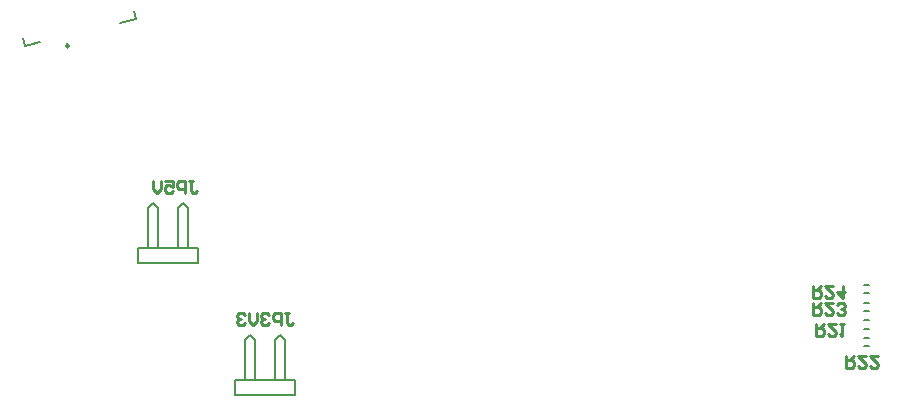
<source format=gbo>
%FSLAX44Y44*%
%MOMM*%
G71*
G01*
G75*
G04 Layer_Color=32896*
%ADD10C,0.7620*%
G04:AMPARAMS|DCode=11|XSize=2mm|YSize=1.75mm|CornerRadius=0mm|HoleSize=0mm|Usage=FLASHONLY|Rotation=279.640|XOffset=0mm|YOffset=0mm|HoleType=Round|Shape=Rectangle|*
%AMROTATEDRECTD11*
4,1,4,-1.0301,0.8394,0.6952,1.1324,1.0301,-0.8394,-0.6952,-1.1324,-1.0301,0.8394,0.0*
%
%ADD11ROTATEDRECTD11*%

%ADD12R,2.3000X2.3000*%
%ADD13R,0.8000X0.9000*%
%ADD14O,1.7500X0.3000*%
%ADD15R,0.7000X0.9000*%
%ADD16R,0.9000X0.7000*%
%ADD17R,0.9000X0.8000*%
%ADD18R,0.4900X0.3000*%
%ADD19R,0.5200X0.3000*%
%ADD20R,1.7000X1.1000*%
%ADD21C,0.4000*%
%ADD22R,1.0000X1.0000*%
%ADD23R,0.7000X1.4000*%
%ADD24R,0.5500X0.9500*%
%ADD25O,0.2800X0.8500*%
%ADD26R,2.4000X1.6500*%
%ADD27R,0.7000X0.3000*%
%ADD28R,1.0000X1.6000*%
%ADD29R,0.4500X0.8500*%
%ADD30R,2.4000X1.5000*%
%ADD31R,0.8500X0.7000*%
%ADD32O,0.7000X2.0000*%
%ADD33O,1.3500X0.4500*%
%ADD34R,2.0000X0.4000*%
G04:AMPARAMS|DCode=35|XSize=1.524mm|YSize=2.8448mm|CornerRadius=0mm|HoleSize=0mm|Usage=FLASHONLY|Rotation=82.000|XOffset=0mm|YOffset=0mm|HoleType=Round|Shape=Rectangle|*
%AMROTATEDRECTD35*
4,1,4,1.3025,-0.9525,-1.5146,-0.5566,-1.3025,0.9525,1.5146,0.5566,1.3025,-0.9525,0.0*
%
%ADD35ROTATEDRECTD35*%

G04:AMPARAMS|DCode=36|XSize=1.524mm|YSize=2.8448mm|CornerRadius=0mm|HoleSize=0mm|Usage=FLASHONLY|Rotation=352.000|XOffset=0mm|YOffset=0mm|HoleType=Round|Shape=Rectangle|*
%AMROTATEDRECTD36*
4,1,4,-0.9525,-1.3025,-0.5566,1.5146,0.9525,1.3025,0.5566,-1.5146,-0.9525,-1.3025,0.0*
%
%ADD36ROTATEDRECTD36*%

%ADD37O,0.3000X1.7500*%
%ADD38R,0.2500X0.7000*%
%ADD39R,2.3800X1.6500*%
%ADD40R,0.3000X0.4900*%
%ADD41R,0.3000X0.5200*%
%ADD42C,0.1905*%
%ADD43C,0.4064*%
%ADD44C,0.5080*%
%ADD45C,0.2540*%
%ADD46C,0.3048*%
%ADD47C,0.2032*%
%ADD48C,0.6096*%
%ADD49C,1.0160*%
%ADD50C,0.3556*%
%ADD51C,1.2700*%
%ADD52R,0.7000X0.2800*%
%ADD53R,1.5000X1.5000*%
%ADD54C,1.5000*%
%ADD55C,1.8500*%
%ADD56R,1.8500X1.8500*%
%ADD57R,1.5000X1.5000*%
%ADD58C,1.2700*%
%ADD59R,1.2700X1.2700*%
%ADD60C,1.5240*%
%ADD61C,2.9000*%
%ADD62C,0.6350*%
%ADD63C,0.9000*%
%ADD64C,0.7000*%
%ADD65C,0.5000*%
%ADD66C,0.6350*%
G04:AMPARAMS|DCode=67|XSize=0.65mm|YSize=1.35mm|CornerRadius=0mm|HoleSize=0mm|Usage=FLASHONLY|Rotation=13.600|XOffset=0mm|YOffset=0mm|HoleType=Round|Shape=Rectangle|*
%AMROTATEDRECTD67*
4,1,4,-0.1572,-0.7325,-0.4746,0.5797,0.1572,0.7325,0.4746,-0.5797,-0.1572,-0.7325,0.0*
%
%ADD67ROTATEDRECTD67*%

G04:AMPARAMS|DCode=68|XSize=0.4mm|YSize=1.35mm|CornerRadius=0mm|HoleSize=0mm|Usage=FLASHONLY|Rotation=13.600|XOffset=0mm|YOffset=0mm|HoleType=Round|Shape=Rectangle|*
%AMROTATEDRECTD68*
4,1,4,-0.0357,-0.7031,-0.3531,0.6090,0.0357,0.7031,0.3531,-0.6090,-0.0357,-0.7031,0.0*
%
%ADD68ROTATEDRECTD68*%

G04:AMPARAMS|DCode=69|XSize=0.825mm|YSize=1.15mm|CornerRadius=0mm|HoleSize=0mm|Usage=FLASHONLY|Rotation=13.600|XOffset=0mm|YOffset=0mm|HoleType=Round|Shape=Rectangle|*
%AMROTATEDRECTD69*
4,1,4,-0.2657,-0.6559,-0.5361,0.4619,0.2657,0.6559,0.5361,-0.4619,-0.2657,-0.6559,0.0*
%
%ADD69ROTATEDRECTD69*%

G04:AMPARAMS|DCode=70|XSize=0.775mm|YSize=1.15mm|CornerRadius=0mm|HoleSize=0mm|Usage=FLASHONLY|Rotation=13.600|XOffset=0mm|YOffset=0mm|HoleType=Round|Shape=Rectangle|*
%AMROTATEDRECTD70*
4,1,4,-0.2414,-0.6500,-0.5118,0.4678,0.2414,0.6500,0.5118,-0.4678,-0.2414,-0.6500,0.0*
%
%ADD70ROTATEDRECTD70*%

G04:AMPARAMS|DCode=71|XSize=1.2mm|YSize=1.55mm|CornerRadius=0mm|HoleSize=0mm|Usage=FLASHONLY|Rotation=13.600|XOffset=0mm|YOffset=0mm|HoleType=Round|Shape=Rectangle|*
%AMROTATEDRECTD71*
4,1,4,-0.4009,-0.8943,-0.7654,0.6122,0.4009,0.8943,0.7654,-0.6122,-0.4009,-0.8943,0.0*
%
%ADD71ROTATEDRECTD71*%

G04:AMPARAMS|DCode=72|XSize=2.51mm|YSize=1mm|CornerRadius=0mm|HoleSize=0mm|Usage=FLASHONLY|Rotation=13.600|XOffset=0mm|YOffset=0mm|HoleType=Round|Shape=Rectangle|*
%AMROTATEDRECTD72*
4,1,4,-1.1022,-0.7811,-1.3374,0.1909,1.1022,0.7811,1.3374,-0.1909,-1.1022,-0.7811,0.0*
%
%ADD72ROTATEDRECTD72*%

G04:AMPARAMS|DCode=73|XSize=1.2mm|YSize=2.1mm|CornerRadius=0mm|HoleSize=0mm|Usage=FLASHONLY|Rotation=13.600|XOffset=0mm|YOffset=0mm|HoleType=Round|Shape=Rectangle|*
%AMROTATEDRECTD73*
4,1,4,-0.3363,-1.1617,-0.8301,0.8795,0.3363,1.1617,0.8301,-0.8795,-0.3363,-1.1617,0.0*
%
%ADD73ROTATEDRECTD73*%

%ADD74C,0.0000*%
%ADD75C,0.1000*%
%ADD76C,0.2500*%
%ADD77C,0.6000*%
%ADD78C,0.2000*%
%ADD79C,0.1500*%
%ADD80R,0.4572X1.7018*%
%ADD81R,0.5842X0.1651*%
%ADD82R,0.6502X0.1854*%
%ADD83R,1.0500X0.6800*%
%ADD84R,0.5000X0.2600*%
%ADD85R,0.8000X1.4000*%
%ADD86O,0.2300X0.8000*%
%ADD87R,0.6500X0.2500*%
%ADD88R,0.0000X0.6000*%
G04:AMPARAMS|DCode=89|XSize=2.2032mm|YSize=1.9532mm|CornerRadius=0mm|HoleSize=0mm|Usage=FLASHONLY|Rotation=279.640|XOffset=0mm|YOffset=0mm|HoleType=Round|Shape=Rectangle|*
%AMROTATEDRECTD89*
4,1,4,-1.1473,0.9225,0.7783,1.2496,1.1473,-0.9225,-0.7783,-1.2496,-1.1473,0.9225,0.0*
%
%ADD89ROTATEDRECTD89*%

%ADD90R,2.5032X2.5032*%
%ADD91R,1.0032X1.1032*%
%ADD92O,1.9532X0.5032*%
%ADD93R,0.9032X1.1032*%
%ADD94R,1.1032X0.9032*%
%ADD95R,1.1032X1.0032*%
%ADD96R,0.5900X0.4000*%
%ADD97R,0.6200X0.4000*%
%ADD98R,1.9032X1.3032*%
%ADD99C,0.6032*%
%ADD100R,0.9032X1.6032*%
%ADD101R,0.7532X1.1532*%
%ADD102O,0.4200X0.9900*%
%ADD103R,2.5400X1.7900*%
%ADD104R,0.8400X0.4400*%
%ADD105R,1.1400X1.7400*%
%ADD106R,0.6532X1.0532*%
%ADD107R,2.6032X1.7032*%
%ADD108R,1.0532X0.9032*%
%ADD109O,0.9032X2.2032*%
%ADD110O,1.5532X0.6532*%
%ADD111R,2.2032X0.6032*%
G04:AMPARAMS|DCode=112|XSize=1.7272mm|YSize=3.048mm|CornerRadius=0mm|HoleSize=0mm|Usage=FLASHONLY|Rotation=82.000|XOffset=0mm|YOffset=0mm|HoleType=Round|Shape=Rectangle|*
%AMROTATEDRECTD112*
4,1,4,1.3890,-1.0673,-1.6294,-0.6431,-1.3890,1.0673,1.6294,0.6431,1.3890,-1.0673,0.0*
%
%ADD112ROTATEDRECTD112*%

G04:AMPARAMS|DCode=113|XSize=1.7272mm|YSize=3.048mm|CornerRadius=0mm|HoleSize=0mm|Usage=FLASHONLY|Rotation=352.000|XOffset=0mm|YOffset=0mm|HoleType=Round|Shape=Rectangle|*
%AMROTATEDRECTD113*
4,1,4,-1.0673,-1.3890,-0.6431,1.6294,1.0673,1.3890,0.6431,-1.6294,-1.0673,-1.3890,0.0*
%
%ADD113ROTATEDRECTD113*%

%ADD114O,0.5032X1.9532*%
%ADD115R,0.4532X0.9032*%
%ADD116R,2.5832X1.8532*%
%ADD117R,0.4000X0.5900*%
%ADD118R,0.4000X0.6200*%
%ADD119R,0.9032X0.4832*%
%ADD120R,1.7032X1.7032*%
%ADD121C,1.7032*%
%ADD122C,2.0532*%
%ADD123R,2.0532X2.0532*%
%ADD124R,1.7032X1.7032*%
%ADD125C,1.4732*%
%ADD126R,1.4732X1.4732*%
%ADD127C,1.7272*%
%ADD128C,3.1032*%
%ADD129C,0.8382*%
%ADD130C,1.1032*%
%ADD131C,0.9032*%
%ADD132C,0.7032*%
G04:AMPARAMS|DCode=133|XSize=0.8532mm|YSize=1.5532mm|CornerRadius=0mm|HoleSize=0mm|Usage=FLASHONLY|Rotation=13.600|XOffset=0mm|YOffset=0mm|HoleType=Round|Shape=Rectangle|*
%AMROTATEDRECTD133*
4,1,4,-0.2320,-0.8551,-0.5972,0.6545,0.2320,0.8551,0.5972,-0.6545,-0.2320,-0.8551,0.0*
%
%ADD133ROTATEDRECTD133*%

G04:AMPARAMS|DCode=134|XSize=0.6032mm|YSize=1.5532mm|CornerRadius=0mm|HoleSize=0mm|Usage=FLASHONLY|Rotation=13.600|XOffset=0mm|YOffset=0mm|HoleType=Round|Shape=Rectangle|*
%AMROTATEDRECTD134*
4,1,4,-0.1105,-0.8257,-0.4758,0.6839,0.1105,0.8257,0.4758,-0.6839,-0.1105,-0.8257,0.0*
%
%ADD134ROTATEDRECTD134*%

G04:AMPARAMS|DCode=135|XSize=1.0282mm|YSize=1.3532mm|CornerRadius=0mm|HoleSize=0mm|Usage=FLASHONLY|Rotation=13.600|XOffset=0mm|YOffset=0mm|HoleType=Round|Shape=Rectangle|*
%AMROTATEDRECTD135*
4,1,4,-0.3406,-0.7785,-0.6588,0.5367,0.3406,0.7785,0.6588,-0.5367,-0.3406,-0.7785,0.0*
%
%ADD135ROTATEDRECTD135*%

G04:AMPARAMS|DCode=136|XSize=0.9782mm|YSize=1.3532mm|CornerRadius=0mm|HoleSize=0mm|Usage=FLASHONLY|Rotation=13.600|XOffset=0mm|YOffset=0mm|HoleType=Round|Shape=Rectangle|*
%AMROTATEDRECTD136*
4,1,4,-0.3163,-0.7726,-0.6345,0.5426,0.3163,0.7726,0.6345,-0.5426,-0.3163,-0.7726,0.0*
%
%ADD136ROTATEDRECTD136*%

G04:AMPARAMS|DCode=137|XSize=1.4032mm|YSize=1.7532mm|CornerRadius=0mm|HoleSize=0mm|Usage=FLASHONLY|Rotation=13.600|XOffset=0mm|YOffset=0mm|HoleType=Round|Shape=Rectangle|*
%AMROTATEDRECTD137*
4,1,4,-0.4758,-1.0170,-0.8881,0.6870,0.4758,1.0170,0.8881,-0.6870,-0.4758,-1.0170,0.0*
%
%ADD137ROTATEDRECTD137*%

G04:AMPARAMS|DCode=138|XSize=2.7132mm|YSize=1.2032mm|CornerRadius=0mm|HoleSize=0mm|Usage=FLASHONLY|Rotation=13.600|XOffset=0mm|YOffset=0mm|HoleType=Round|Shape=Rectangle|*
%AMROTATEDRECTD138*
4,1,4,-1.1771,-0.9037,-1.4600,0.2657,1.1771,0.9037,1.4600,-0.2657,-1.1771,-0.9037,0.0*
%
%ADD138ROTATEDRECTD138*%

G04:AMPARAMS|DCode=139|XSize=1.4032mm|YSize=2.3032mm|CornerRadius=0mm|HoleSize=0mm|Usage=FLASHONLY|Rotation=13.600|XOffset=0mm|YOffset=0mm|HoleType=Round|Shape=Rectangle|*
%AMROTATEDRECTD139*
4,1,4,-0.4111,-1.2843,-0.9527,0.9543,0.4111,1.2843,0.9527,-0.9543,-0.4111,-1.2843,0.0*
%
%ADD139ROTATEDRECTD139*%

D45*
X-341357Y169001D02*
X-337972D01*
X-339664D01*
Y160537D01*
X-337972Y158844D01*
X-336279D01*
X-334586Y160537D01*
X-344743Y158844D02*
Y169001D01*
X-349821D01*
X-351514Y167308D01*
Y163923D01*
X-349821Y162230D01*
X-344743D01*
X-361671Y169001D02*
X-354900D01*
Y163923D01*
X-358285Y165615D01*
X-359978D01*
X-361671Y163923D01*
Y160537D01*
X-359978Y158844D01*
X-356592D01*
X-354900Y160537D01*
X-365056Y169001D02*
Y162230D01*
X-368442Y158844D01*
X-371827Y162230D01*
Y169001D01*
X-259823Y56733D02*
X-256438D01*
X-258130D01*
Y48269D01*
X-256438Y46576D01*
X-254745D01*
X-253052Y48269D01*
X-263209Y46576D02*
Y56733D01*
X-268287D01*
X-269980Y55040D01*
Y51655D01*
X-268287Y49962D01*
X-263209D01*
X-273366Y55040D02*
X-275058Y56733D01*
X-278444D01*
X-280137Y55040D01*
Y53347D01*
X-278444Y51655D01*
X-276751D01*
X-278444D01*
X-280137Y49962D01*
Y48269D01*
X-278444Y46576D01*
X-275058D01*
X-273366Y48269D01*
X-283522Y56733D02*
Y49962D01*
X-286908Y46576D01*
X-290293Y49962D01*
Y56733D01*
X-293679Y55040D02*
X-295372Y56733D01*
X-298757D01*
X-300450Y55040D01*
Y53347D01*
X-298757Y51655D01*
X-297065D01*
X-298757D01*
X-300450Y49962D01*
Y48269D01*
X-298757Y46576D01*
X-295372D01*
X-293679Y48269D01*
X187500Y80000D02*
Y69843D01*
X192578D01*
X194271Y71536D01*
Y74922D01*
X192578Y76614D01*
X187500D01*
X190886D02*
X194271Y80000D01*
X204428D02*
X197657D01*
X204428Y73229D01*
Y71536D01*
X202735Y69843D01*
X199349D01*
X197657Y71536D01*
X212892Y80000D02*
Y69843D01*
X207813Y74922D01*
X214585D01*
X187500Y65000D02*
Y54843D01*
X192578D01*
X194271Y56536D01*
Y59922D01*
X192578Y61614D01*
X187500D01*
X190886D02*
X194271Y65000D01*
X204428D02*
X197657D01*
X204428Y58229D01*
Y56536D01*
X202735Y54843D01*
X199349D01*
X197657Y56536D01*
X207813D02*
X209506Y54843D01*
X212892D01*
X214585Y56536D01*
Y58229D01*
X212892Y59922D01*
X211199D01*
X212892D01*
X214585Y61614D01*
Y63307D01*
X212892Y65000D01*
X209506D01*
X207813Y63307D01*
X215000Y20000D02*
Y9843D01*
X220078D01*
X221771Y11536D01*
Y14922D01*
X220078Y16614D01*
X215000D01*
X218386D02*
X221771Y20000D01*
X231928D02*
X225157D01*
X231928Y13229D01*
Y11536D01*
X230235Y9843D01*
X226849D01*
X225157Y11536D01*
X242085Y20000D02*
X235313D01*
X242085Y13229D01*
Y11536D01*
X240392Y9843D01*
X237006D01*
X235313Y11536D01*
X190000Y47500D02*
Y37343D01*
X195078D01*
X196771Y39036D01*
Y42422D01*
X195078Y44114D01*
X190000D01*
X193386D02*
X196771Y47500D01*
X206928D02*
X200157D01*
X206928Y40729D01*
Y39036D01*
X205235Y37343D01*
X201849D01*
X200157Y39036D01*
X210313Y47500D02*
X213699D01*
X212006D01*
Y37343D01*
X210313Y39036D01*
D76*
X-442680Y282964D02*
G03*
X-442680Y282964I-1250J0D01*
G01*
D78*
X-399001Y302447D02*
X-385880Y305621D01*
X-481844Y289775D02*
X-480160Y282812D01*
X-467524Y285869D01*
X-387564Y312583D02*
X-385880Y305621D01*
X230500Y43572D02*
X234500D01*
X230500Y50572D02*
X234500D01*
X230500Y28572D02*
X234500D01*
X230500Y35572D02*
X234500D01*
X230500Y58572D02*
X234500D01*
X230500Y65572D02*
X234500D01*
X230500Y73572D02*
X234500D01*
X230500Y80572D02*
X234500D01*
X-375327Y112014D02*
Y145880D01*
X-371094Y150114D02*
X-366861Y145880D01*
X-375327D02*
X-371094Y150114D01*
X-383794Y99314D02*
Y112014D01*
X-332994D01*
X-383794Y99314D02*
X-332994D01*
X-366861Y112014D02*
Y145881D01*
X-345694Y150114D02*
X-341461Y145880D01*
X-349927D02*
X-345694Y150114D01*
X-341461Y112014D02*
Y145880D01*
X-349927Y112014D02*
Y145880D01*
X-332994Y99314D02*
Y112014D01*
X-302300Y-12728D02*
Y-28D01*
Y-12728D02*
X-251500D01*
X-293833Y-28D02*
Y33839D01*
X-289600Y38072D01*
X-302300Y-28D02*
X-251500D01*
X-289600Y38072D02*
X-285367Y33839D01*
X-285367Y-28D02*
Y33839D01*
X-251500Y-12728D02*
Y-28D01*
X-268433D02*
Y33839D01*
X-264200Y38072D01*
X-259967Y-28D02*
Y33839D01*
X-264200Y38072D02*
X-259967Y33839D01*
M02*

</source>
